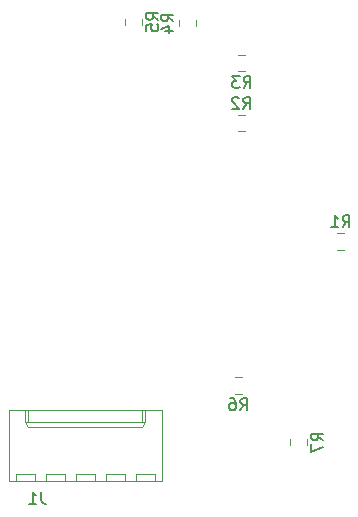
<source format=gbr>
G04 #@! TF.GenerationSoftware,KiCad,Pcbnew,5.0.2+dfsg1-1*
G04 #@! TF.CreationDate,2019-08-29T13:22:36-03:00*
G04 #@! TF.ProjectId,teclado_contador_geiger,7465636c-6164-46f5-9f63-6f6e7461646f,rev?*
G04 #@! TF.SameCoordinates,Original*
G04 #@! TF.FileFunction,Legend,Bot*
G04 #@! TF.FilePolarity,Positive*
%FSLAX46Y46*%
G04 Gerber Fmt 4.6, Leading zero omitted, Abs format (unit mm)*
G04 Created by KiCad (PCBNEW 5.0.2+dfsg1-1) date jue 29 ago 2019 13:22:36 -03*
%MOMM*%
%LPD*%
G01*
G04 APERTURE LIST*
%ADD10C,0.120000*%
%ADD11C,0.150000*%
G04 APERTURE END LIST*
D10*
G04 #@! TO.C,R3*
X138685748Y-65736400D02*
X139208252Y-65736400D01*
X138685748Y-67156400D02*
X139208252Y-67156400D01*
G04 #@! TO.C,R1*
X147590252Y-82244000D02*
X147067748Y-82244000D01*
X147590252Y-80824000D02*
X147067748Y-80824000D01*
G04 #@! TO.C,R2*
X139199252Y-70816400D02*
X138676748Y-70816400D01*
X139199252Y-72236400D02*
X138676748Y-72236400D01*
G04 #@! TO.C,R4*
X135076000Y-62817748D02*
X135076000Y-63340252D01*
X133656000Y-62817748D02*
X133656000Y-63340252D01*
G04 #@! TO.C,R5*
X130504000Y-63211452D02*
X130504000Y-62688948D01*
X129084000Y-63211452D02*
X129084000Y-62688948D01*
G04 #@! TO.C,R6*
X138422748Y-93016000D02*
X138945252Y-93016000D01*
X138422748Y-94436000D02*
X138945252Y-94436000D01*
G04 #@! TO.C,R7*
X144474000Y-98822252D02*
X144474000Y-98299748D01*
X143054000Y-98822252D02*
X143054000Y-98299748D01*
G04 #@! TO.C,J1*
X119280000Y-101826000D02*
X119280000Y-95826000D01*
X119280000Y-95826000D02*
X132180000Y-95826000D01*
X132180000Y-95826000D02*
X132180000Y-101826000D01*
X132180000Y-101826000D02*
X119280000Y-101826000D01*
X120650000Y-95826000D02*
X120650000Y-96826000D01*
X120650000Y-96826000D02*
X130810000Y-96826000D01*
X130810000Y-96826000D02*
X130810000Y-95826000D01*
X120650000Y-96826000D02*
X120900000Y-97256000D01*
X120900000Y-97256000D02*
X130560000Y-97256000D01*
X130560000Y-97256000D02*
X130810000Y-96826000D01*
X120900000Y-95826000D02*
X120900000Y-96826000D01*
X130560000Y-95826000D02*
X130560000Y-96826000D01*
X119850000Y-101826000D02*
X119850000Y-101206000D01*
X119850000Y-101206000D02*
X121450000Y-101206000D01*
X121450000Y-101206000D02*
X121450000Y-101826000D01*
X122390000Y-101826000D02*
X122390000Y-101206000D01*
X122390000Y-101206000D02*
X123990000Y-101206000D01*
X123990000Y-101206000D02*
X123990000Y-101826000D01*
X124930000Y-101826000D02*
X124930000Y-101206000D01*
X124930000Y-101206000D02*
X126530000Y-101206000D01*
X126530000Y-101206000D02*
X126530000Y-101826000D01*
X127470000Y-101826000D02*
X127470000Y-101206000D01*
X127470000Y-101206000D02*
X129070000Y-101206000D01*
X129070000Y-101206000D02*
X129070000Y-101826000D01*
X130010000Y-101826000D02*
X130010000Y-101206000D01*
X130010000Y-101206000D02*
X131610000Y-101206000D01*
X131610000Y-101206000D02*
X131610000Y-101826000D01*
G04 #@! TO.C,R3*
D11*
X139113666Y-68548780D02*
X139447000Y-68072590D01*
X139685095Y-68548780D02*
X139685095Y-67548780D01*
X139304142Y-67548780D01*
X139208904Y-67596400D01*
X139161285Y-67644019D01*
X139113666Y-67739257D01*
X139113666Y-67882114D01*
X139161285Y-67977352D01*
X139208904Y-68024971D01*
X139304142Y-68072590D01*
X139685095Y-68072590D01*
X138780333Y-67548780D02*
X138161285Y-67548780D01*
X138494619Y-67929733D01*
X138351761Y-67929733D01*
X138256523Y-67977352D01*
X138208904Y-68024971D01*
X138161285Y-68120209D01*
X138161285Y-68358304D01*
X138208904Y-68453542D01*
X138256523Y-68501161D01*
X138351761Y-68548780D01*
X138637476Y-68548780D01*
X138732714Y-68501161D01*
X138780333Y-68453542D01*
G04 #@! TO.C,R1*
X147495666Y-80336380D02*
X147829000Y-79860190D01*
X148067095Y-80336380D02*
X148067095Y-79336380D01*
X147686142Y-79336380D01*
X147590904Y-79384000D01*
X147543285Y-79431619D01*
X147495666Y-79526857D01*
X147495666Y-79669714D01*
X147543285Y-79764952D01*
X147590904Y-79812571D01*
X147686142Y-79860190D01*
X148067095Y-79860190D01*
X146543285Y-80336380D02*
X147114714Y-80336380D01*
X146829000Y-80336380D02*
X146829000Y-79336380D01*
X146924238Y-79479238D01*
X147019476Y-79574476D01*
X147114714Y-79622095D01*
G04 #@! TO.C,R2*
X139104666Y-70328780D02*
X139438000Y-69852590D01*
X139676095Y-70328780D02*
X139676095Y-69328780D01*
X139295142Y-69328780D01*
X139199904Y-69376400D01*
X139152285Y-69424019D01*
X139104666Y-69519257D01*
X139104666Y-69662114D01*
X139152285Y-69757352D01*
X139199904Y-69804971D01*
X139295142Y-69852590D01*
X139676095Y-69852590D01*
X138723714Y-69424019D02*
X138676095Y-69376400D01*
X138580857Y-69328780D01*
X138342761Y-69328780D01*
X138247523Y-69376400D01*
X138199904Y-69424019D01*
X138152285Y-69519257D01*
X138152285Y-69614495D01*
X138199904Y-69757352D01*
X138771333Y-70328780D01*
X138152285Y-70328780D01*
G04 #@! TO.C,R4*
X133168380Y-62912333D02*
X132692190Y-62579000D01*
X133168380Y-62340904D02*
X132168380Y-62340904D01*
X132168380Y-62721857D01*
X132216000Y-62817095D01*
X132263619Y-62864714D01*
X132358857Y-62912333D01*
X132501714Y-62912333D01*
X132596952Y-62864714D01*
X132644571Y-62817095D01*
X132692190Y-62721857D01*
X132692190Y-62340904D01*
X132501714Y-63769476D02*
X133168380Y-63769476D01*
X132120761Y-63531380D02*
X132835047Y-63293285D01*
X132835047Y-63912333D01*
G04 #@! TO.C,R5*
X131896380Y-62783533D02*
X131420190Y-62450200D01*
X131896380Y-62212104D02*
X130896380Y-62212104D01*
X130896380Y-62593057D01*
X130944000Y-62688295D01*
X130991619Y-62735914D01*
X131086857Y-62783533D01*
X131229714Y-62783533D01*
X131324952Y-62735914D01*
X131372571Y-62688295D01*
X131420190Y-62593057D01*
X131420190Y-62212104D01*
X130896380Y-63688295D02*
X130896380Y-63212104D01*
X131372571Y-63164485D01*
X131324952Y-63212104D01*
X131277333Y-63307342D01*
X131277333Y-63545438D01*
X131324952Y-63640676D01*
X131372571Y-63688295D01*
X131467809Y-63735914D01*
X131705904Y-63735914D01*
X131801142Y-63688295D01*
X131848761Y-63640676D01*
X131896380Y-63545438D01*
X131896380Y-63307342D01*
X131848761Y-63212104D01*
X131801142Y-63164485D01*
G04 #@! TO.C,R6*
X138850666Y-95828380D02*
X139184000Y-95352190D01*
X139422095Y-95828380D02*
X139422095Y-94828380D01*
X139041142Y-94828380D01*
X138945904Y-94876000D01*
X138898285Y-94923619D01*
X138850666Y-95018857D01*
X138850666Y-95161714D01*
X138898285Y-95256952D01*
X138945904Y-95304571D01*
X139041142Y-95352190D01*
X139422095Y-95352190D01*
X137993523Y-94828380D02*
X138184000Y-94828380D01*
X138279238Y-94876000D01*
X138326857Y-94923619D01*
X138422095Y-95066476D01*
X138469714Y-95256952D01*
X138469714Y-95637904D01*
X138422095Y-95733142D01*
X138374476Y-95780761D01*
X138279238Y-95828380D01*
X138088761Y-95828380D01*
X137993523Y-95780761D01*
X137945904Y-95733142D01*
X137898285Y-95637904D01*
X137898285Y-95399809D01*
X137945904Y-95304571D01*
X137993523Y-95256952D01*
X138088761Y-95209333D01*
X138279238Y-95209333D01*
X138374476Y-95256952D01*
X138422095Y-95304571D01*
X138469714Y-95399809D01*
G04 #@! TO.C,R7*
X145866380Y-98394333D02*
X145390190Y-98061000D01*
X145866380Y-97822904D02*
X144866380Y-97822904D01*
X144866380Y-98203857D01*
X144914000Y-98299095D01*
X144961619Y-98346714D01*
X145056857Y-98394333D01*
X145199714Y-98394333D01*
X145294952Y-98346714D01*
X145342571Y-98299095D01*
X145390190Y-98203857D01*
X145390190Y-97822904D01*
X144866380Y-98727666D02*
X144866380Y-99394333D01*
X145866380Y-98965761D01*
G04 #@! TO.C,J1*
X121983333Y-102758380D02*
X121983333Y-103472666D01*
X122030952Y-103615523D01*
X122126190Y-103710761D01*
X122269047Y-103758380D01*
X122364285Y-103758380D01*
X120983333Y-103758380D02*
X121554761Y-103758380D01*
X121269047Y-103758380D02*
X121269047Y-102758380D01*
X121364285Y-102901238D01*
X121459523Y-102996476D01*
X121554761Y-103044095D01*
G04 #@! TD*
M02*

</source>
